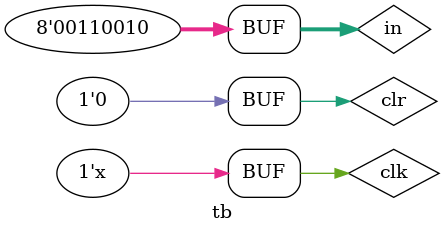
<source format=v>
`timescale 1ns / 1ps


module tb;

	// Inputs
	reg [7:0] in;
	reg clk;
	reg clr;

	// Outputs
	wire out;

	// Instantiate the Unit Under Test (UUT)
	date uut (
		.in(in), 
		.clk(clk), 
		.clr(clr), 
		.out(out)
	);

	initial begin
		// Initialize Inputs
		in = "2";
		clk = 0;
		clr = 0;
		#10
		in = "0";
		#10
		in = "0";
		#10
		in = "2";
		#10
		in = ".";
		#10
		in = "2";
		#10
		in = ".";
		#10
		in = "2";
		#10
		in = "2";
		#10
		in = "2";

		// Wait 100 ns for global reset to finish
		#100;
        
		// Add stimulus here

	end
     always #5 clk = ~clk;
endmodule


</source>
